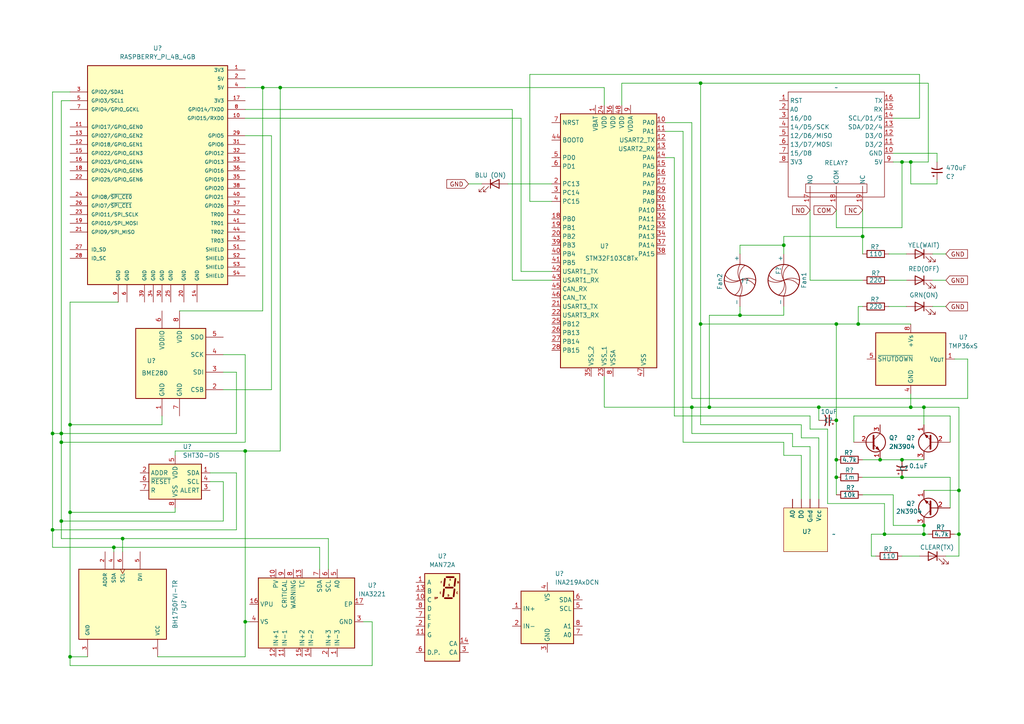
<source format=kicad_sch>
(kicad_sch (version 20231120) (generator "eeschema") (generator_version "8.0")
  (paper "A4")
  (lib_symbols
    (symbol "Device:C_Polarized_Small_US" (pin_numbers hide) (pin_names (offset 0.254) hide)
      (property "Reference" "C" (at 0.254 1.778 0))
      (property "Value" "C_Polarized_Small_US" (at 0.254 -2.032 0))
      (symbol "C_Polarized_Small_US_0_1"
        (polyline (pts (xy -1.524 0.508) (xy 1.524 0.508)) (stroke (width 0.3048)))
        (polyline (pts (xy -1.27 1.524) (xy -0.762 1.524)))
        (polyline (pts (xy -1.016 1.27) (xy -1.016 1.778)))
        (arc (start 1.524 -0.762) (mid 0 -0.3734) (end -1.524 -0.762) (stroke (width 0.3048)))
      )
      (symbol "C_Polarized_Small_US_1_1"
        (pin passive line (at 0 2.54 270) (length 2.032) (name "~") (number "1"))
        (pin passive line (at 0 -2.54 90) (length 2.032) (name "~") (number "2"))
      )
    )
    (symbol "Device:LED" (pin_numbers hide) (pin_names (offset 1.016) hide)
      (property "Reference" "D" (at 0 2.54 0))
      (property "Value" "LED" (at 0 -2.54 0))
      (symbol "LED_0_1"
        (polyline (pts (xy -1.27 -1.27) (xy -1.27 1.27)) (stroke (width 0.254)))
        (polyline (pts (xy -1.27 0) (xy 1.27 0)))
        (polyline (pts (xy 1.27 -1.27) (xy 1.27 1.27) (xy -1.27 0) (xy 1.27 -1.27)) (stroke (width 0.254)))
        (polyline (pts (xy -3.048 -0.762) (xy -4.572 -2.286) (xy -3.81 -2.286) (xy -4.572 -2.286) (xy -4.572 -1.524)))
        (polyline (pts (xy -1.778 -0.762) (xy -3.302 -2.286) (xy -2.54 -2.286) (xy -3.302 -2.286) (xy -3.302 -1.524)))
      )
      (symbol "LED_1_1"
        (pin passive line (at -3.81 0 0) (length 2.54) (name "K") (number "1"))
        (pin passive line (at 3.81 0 180) (length 2.54) (name "A") (number "2"))
      )
    )
    (symbol "Device:R" (pin_numbers hide) (pin_names (offset 0))
      (property "Reference" "R" (at 2.032 0 90))
      (property "Value" "R" (at 0 0 90))
      (symbol "R_0_1"
        (rectangle (start -1.016 -2.54) (end 1.016 2.54) (stroke (width 0.254)))
      )
      (symbol "R_1_1"
        (pin passive line (at 0 3.81 270) (length 1.27) (name "~") (number "1"))
        (pin passive line (at 0 -3.81 90) (length 1.27) (name "~") (number "2"))
      )
    )
    (symbol "Display_Character:MAN72A" (pin_names (offset 0.635))
      (property "Reference" "U" (at -2.54 13.97 0))
      (property "Value" "MAN72A" (at 2.794 -14.224 0))
      (symbol "MAN72A_0_0"
        (text "A" (at 2.286 10.922 0) (effects (font (size 0.508 0.508))))
        (text "B" (at 4.572 10.16 0) (effects (font (size 0.508 0.508))))
        (text "C" (at 4.318 7.112 0) (effects (font (size 0.508 0.508))))
        (text "D" (at 1.778 6.35 0) (effects (font (size 0.508 0.508))))
        (text "DP" (at -1.778 5.588 0) (effects (font (size 0.508 0.508))))
        (text "E" (at -0.508 7.112 0) (effects (font (size 0.508 0.508))))
        (text "F" (at -0.254 10.16 0) (effects (font (size 0.508 0.508))))
        (text "G" (at 2.032 9.398 0) (effects (font (size 0.508 0.508))))
      )
      (symbol "MAN72A_0_1"
        (rectangle (start -5.08 12.7) (end 5.08 -12.7) (stroke (width 0.254)) (fill (type background)))
        (polyline (pts (xy -0.762 5.588) (xy -0.762 5.588)) (stroke (width 0.508)))
        (polyline (pts (xy 0.508 8.128) (xy 0.254 6.096)) (stroke (width 0.508)))
        (polyline (pts (xy 0.762 5.588) (xy 2.794 5.588)) (stroke (width 0.508)))
        (polyline (pts (xy 0.762 11.176) (xy 0.508 9.144)) (stroke (width 0.508)))
        (polyline (pts (xy 1.016 8.636) (xy 3.048 8.636)) (stroke (width 0.508)))
        (polyline (pts (xy 1.27 11.684) (xy 3.302 11.684)) (stroke (width 0.508)))
        (polyline (pts (xy 3.556 8.128) (xy 3.302 6.096)) (stroke (width 0.508)))
        (polyline (pts (xy 3.81 11.176) (xy 3.556 9.144)) (stroke (width 0.508)))
      )
      (symbol "MAN72A_1_1"
        (pin input line (at -7.62 10.16 0) (length 2.54) (name "A") (number "1"))
        (pin input line (at -7.62 5.08 0) (length 2.54) (name "C") (number "10"))
        (pin input line (at -7.62 -5.08 0) (length 2.54) (name "G") (number "11"))
        (pin no_connect line (at 5.08 -5.08 180) (length 2.54) hide (name "NC") (number "12"))
        (pin input line (at -7.62 7.62 0) (length 2.54) (name "B") (number "13"))
        (pin input line (at 7.62 -7.62 180) (length 2.54) (name "CA") (number "14"))
        (pin input line (at -7.62 -2.54 0) (length 2.54) (name "F") (number "2"))
        (pin input line (at 7.62 -10.16 180) (length 2.54) (name "CA") (number "3"))
        (pin no_connect line (at 5.08 2.54 180) (length 2.54) hide (name "NC") (number "4"))
        (pin no_connect line (at 5.08 0 180) (length 2.54) hide (name "NC") (number "5"))
        (pin input line (at -7.62 -10.16 0) (length 2.54) (name "D.P.") (number "6"))
        (pin input line (at -7.62 0 0) (length 2.54) (name "E") (number "7"))
        (pin input line (at -7.62 2.54 0) (length 2.54) (name "D") (number "8"))
        (pin no_connect line (at 5.08 -2.54 180) (length 2.54) hide (name "NC") (number "9"))
      )
    )
    (symbol "MCU_ST_STM32F1:STM32F103C8Tx"
      (property "Reference" "U?" (at 4.7341 -38.1 0))
      (property "Value" "STM32F103C8Tx" (at -4.318 -20.066 0))
      (symbol "STM32F103C8Tx_0_1"
        (rectangle (start -12.7 38.1) (end 15.24 -35.56) (stroke (width 0.254)) (fill (type background)))
      )
      (symbol "STM32F103C8Tx_1_1"
        (pin power_in line (at -2.54 40.64 270) (length 2.54) (name "VBAT") (number "1"))
        (pin bidirectional line (at 17.78 35.56 180) (length 2.54) (name "PA0") (number "10"))
        (pin bidirectional line (at 17.78 33.02 180) (length 2.54) (name "PA1") (number "11"))
        (pin bidirectional line (at 17.78 30.48 180) (length 2.54) (name "PA2") (number "12") (alternate "USART2_TX" bidirectional line))
        (pin bidirectional line (at 17.78 27.94 180) (length 2.54) (name "PA3") (number "13") (alternate "USART2_RX" bidirectional line))
        (pin bidirectional line (at 17.78 25.4 180) (length 2.54) (name "PA4") (number "14"))
        (pin bidirectional line (at 17.78 22.86 180) (length 2.54) (name "PA5") (number "15"))
        (pin bidirectional line (at 17.78 20.32 180) (length 2.54) (name "PA6") (number "16"))
        (pin bidirectional line (at 17.78 17.78 180) (length 2.54) (name "PA7") (number "17"))
        (pin bidirectional line (at -15.24 7.62 0) (length 2.54) (name "PB0") (number "18"))
        (pin bidirectional line (at -15.24 5.08 0) (length 2.54) (name "PB1") (number "19"))
        (pin bidirectional line (at -15.24 17.78 0) (length 2.54) (name "PC13") (number "2"))
        (pin bidirectional line (at -15.24 2.54 0) (length 2.54) (name "PB2") (number "20"))
        (pin bidirectional line (at -15.24 -17.78 0) (length 2.54) (name "PB10") (number "21") (alternate "USART3_TX" bidirectional line))
        (pin bidirectional line (at -15.24 -20.32 0) (length 2.54) (name "PB11") (number "22") (alternate "USART3_RX" bidirectional line))
        (pin power_in line (at 0 -38.1 90) (length 2.54) (name "VSS_1") (number "23"))
        (pin power_in line (at 0 40.64 270) (length 2.54) (name "VDD") (number "24"))
        (pin bidirectional line (at -15.24 -22.86 0) (length 2.54) (name "PB12") (number "25"))
        (pin bidirectional line (at -15.24 -25.4 0) (length 2.54) (name "PB13") (number "26"))
        (pin bidirectional line (at -15.24 -27.94 0) (length 2.54) (name "PB14") (number "27"))
        (pin bidirectional line (at -15.24 -30.48 0) (length 2.54) (name "PB15") (number "28"))
        (pin bidirectional line (at 17.78 15.24 180) (length 2.54) (name "PA8") (number "29"))
        (pin bidirectional line (at -15.24 15.24 0) (length 2.54) (name "PC14") (number "3"))
        (pin bidirectional line (at 17.78 12.7 180) (length 2.54) (name "PA9") (number "30") (alternate "USART1_TX" bidirectional line))
        (pin bidirectional line (at 17.78 10.16 180) (length 2.54) (name "PA10") (number "31") (alternate "USART1_RX" bidirectional line))
        (pin bidirectional line (at 17.78 7.62 180) (length 2.54) (name "PA11") (number "32") (alternate "CAN_RX" bidirectional line))
        (pin bidirectional line (at 17.78 5.08 180) (length 2.54) (name "PA12") (number "33") (alternate "CAN_TX" bidirectional line))
        (pin bidirectional line (at 17.78 2.54 180) (length 2.54) (name "PA13") (number "34"))
        (pin power_in line (at -3.81 -38.1 90) (length 2.54) (name "VSS_2") (number "35"))
        (pin power_in line (at 2.54 40.64 270) (length 2.54) (name "VDD") (number "36"))
        (pin bidirectional line (at 17.78 0 180) (length 2.54) (name "PA14") (number "37"))
        (pin bidirectional line (at 17.78 -2.54 180) (length 2.54) (name "PA15") (number "38"))
        (pin bidirectional line (at -15.24 0 0) (length 2.54) (name "PB3") (number "39"))
        (pin bidirectional line (at -15.24 12.7 0) (length 2.54) (name "PC15") (number "4"))
        (pin bidirectional line (at -15.24 -2.54 0) (length 2.54) (name "PB4") (number "40"))
        (pin bidirectional line (at -15.24 -5.08 0) (length 2.54) (name "PB5") (number "41"))
        (pin bidirectional line (at -15.24 -7.62 0) (length 2.54) (name "PB6") (number "42") (alternate "USART1_TX" bidirectional line))
        (pin bidirectional line (at -15.24 -10.16 0) (length 2.54) (name "PB7") (number "43") (alternate "USART1_RX" bidirectional line))
        (pin input line (at -15.24 30.48 0) (length 2.54) (name "BOOT0") (number "44"))
        (pin bidirectional line (at -15.24 -12.7 0) (length 2.54) (name "PB8") (number "45") (alternate "CAN_RX" bidirectional line))
        (pin bidirectional line (at -15.24 -15.24 0) (length 2.54) (name "PB9") (number "46") (alternate "CAN_TX" bidirectional line))
        (pin power_in line (at 11.43 -38.1 90) (length 2.54) (name "VSS") (number "47"))
        (pin power_in line (at 5.08 40.64 270) (length 2.54) (name "VDD") (number "48"))
        (pin bidirectional line (at -15.24 25.4 0) (length 2.54) (name "PD0") (number "5"))
        (pin bidirectional line (at -15.24 22.86 0) (length 2.54) (name "PD1") (number "6"))
        (pin input line (at -15.24 35.56 0) (length 2.54) (name "NRST") (number "7"))
        (pin power_in line (at 2.54 -38.1 90) (length 2.54) (name "VSSA") (number "8"))
        (pin power_in line (at 7.62 40.64 270) (length 2.54) (name "VDDA") (number "9"))
      )
    )
    (symbol "Motor:Fan_ALT" (pin_numbers hide) (pin_names (offset 0))
      (property "Reference" "M" (at 3.81 5.08 0))
      (property "Value" "Fan_ALT" (at 3.81 2.54 0))
      (symbol "Fan_ALT_0_1"
        (arc (start -4.572 0) (mid -2.286 -0.5988) (end 0 0))
        (arc (start -4.318 1.524) (mid -2.4153 0.0291) (end 0 0))
        (arc (start -1.524 -4.318) (mid -0.0291 -2.4153) (end 0 0))
        (arc (start 0 -4.572) (mid 0.5988 -2.286) (end 0 0))
        (polyline (pts (xy 0 -5.08) (xy 0 -4.572)))
        (polyline (pts (xy 0 4.572) (xy 0 5.08)))
        (circle (center 0 0) (radius 4.572) (stroke (width 0.254)))
        (arc (start 0 4.572) (mid -0.5988 2.286) (end 0 0))
        (arc (start 1.524 4.318) (mid 0.0291 2.4153) (end 0 0))
        (arc (start 4.318 -1.524) (mid 2.4153 -0.0291) (end 0 0))
        (arc (start 4.572 0) (mid 2.286 0.5988) (end 0 0))
      )
      (symbol "Fan_ALT_1_1"
        (pin passive line (at 0 7.62 270) (length 2.54) (name "+") (number "1"))
        (pin passive line (at 0 -7.62 90) (length 2.54) (name "-") (number "2"))
      )
    )
    (symbol "Power_Management:INA3221"
      (property "Reference" "U" (at -10.16 17.78 0))
      (property "Value" "INA3221" (at 5.08 17.78 0))
      (symbol "INA3221_0_1"
        (rectangle (start 10.16 -12.7) (end -10.16 15.24) (stroke (width 0.254)) (fill (type background)))
      )
      (symbol "INA3221_1_1"
        (pin input line (at -12.7 -7.62 0) (length 2.54) (name "IN-3") (number "1"))
        (pin open_collector line (at 12.7 10.16 180) (length 2.54) (name "PV") (number "10"))
        (pin input line (at -12.7 7.62 0) (length 2.54) (name "IN-1") (number "11"))
        (pin input line (at -12.7 10.16 0) (length 2.54) (name "IN+1") (number "12"))
        (pin open_collector line (at 12.7 2.54 180) (length 2.54) (name "TC") (number "13"))
        (pin input line (at -12.7 0 0) (length 2.54) (name "IN-2") (number "14"))
        (pin input line (at -12.7 2.54 0) (length 2.54) (name "IN+2") (number "15"))
        (pin power_in line (at 2.54 17.78 270) (length 2.54) (name "VPU") (number "16"))
        (pin passive line (at 2.54 -15.24 90) (length 2.54) (name "EP") (number "17"))
        (pin input line (at -12.7 -5.08 0) (length 2.54) (name "IN+3") (number "2"))
        (pin power_in line (at -2.54 -15.24 90) (length 2.54) (name "GND") (number "3"))
        (pin power_in line (at -2.54 17.78 270) (length 2.54) (name "VS") (number "4"))
        (pin input line (at 12.7 -7.62 180) (length 2.54) (name "A0") (number "5"))
        (pin input line (at 12.7 -5.08 180) (length 2.54) (name "SCL") (number "6"))
        (pin bidirectional line (at 12.7 -2.54 180) (length 2.54) (name "SDA") (number "7"))
        (pin open_collector line (at 12.7 5.08 180) (length 2.54) (name "WARNING") (number "8"))
        (pin open_collector line (at 12.7 7.62 180) (length 2.54) (name "CRITICAL") (number "9"))
      )
    )
    (symbol "Sensor:BME280"
      (property "Reference" "U" (at -8.89 11.43 0))
      (property "Value" "BME280" (at 7.62 11.43 0))
      (symbol "BME280_0_1"
        (rectangle (start -10.16 10.16) (end 10.16 -10.16) (stroke (width 0.254)) (fill (type background)))
      )
      (symbol "BME280_1_1"
        (pin power_in line (at -2.54 -15.24 90) (length 5.08) (name "GND") (number "1"))
        (pin input line (at 15.24 -7.62 180) (length 5.08) (name "CSB") (number "2"))
        (pin bidirectional line (at 15.24 -2.54 180) (length 5.08) (name "SDI") (number "3"))
        (pin input line (at 15.24 2.54 180) (length 5.08) (name "SCK") (number "4"))
        (pin bidirectional line (at 15.24 7.62 180) (length 5.08) (name "SDO") (number "5"))
        (pin power_in line (at -2.54 15.24 270) (length 5.08) (name "VDDIO") (number "6"))
        (pin power_in line (at 2.54 -15.24 90) (length 5.08) (name "GND") (number "7"))
        (pin power_in line (at 2.54 15.24 270) (length 5.08) (name "VDD") (number "8"))
      )
    )
    (symbol "Sensor_Energy:INA219AxDCN"
      (property "Reference" "U" (at -6.35 8.89 0))
      (property "Value" "INA219AxDCN" (at 6.35 8.89 0))
      (symbol "INA219AxDCN_0_1"
        (rectangle (start -7.62 7.62) (end 7.62 -7.62) (stroke (width 0.254)) (fill (type background)))
      )
      (symbol "INA219AxDCN_1_1"
        (pin input line (at -10.16 2.54 0) (length 2.54) (name "IN+") (number "1"))
        (pin input line (at -10.16 -2.54 0) (length 2.54) (name "IN-") (number "2"))
        (pin power_in line (at 0 -10.16 90) (length 2.54) (name "GND") (number "3"))
        (pin power_in line (at 0 10.16 270) (length 2.54) (name "VS") (number "4"))
        (pin input line (at 10.16 2.54 180) (length 2.54) (name "SCL") (number "5"))
        (pin bidirectional line (at 10.16 5.08 180) (length 2.54) (name "SDA") (number "6"))
        (pin input line (at 10.16 -5.08 180) (length 2.54) (name "A0") (number "7"))
        (pin input line (at 10.16 -2.54 180) (length 2.54) (name "A1") (number "8"))
      )
    )
    (symbol "Sensor_Humidity:SHT30-DIS"
      (property "Reference" "U" (at -6.35 6.35 0))
      (property "Value" "SHT30-DIS" (at 6.35 6.35 0))
      (symbol "SHT30-DIS_0_1"
        (rectangle (start -7.62 5.08) (end 7.62 -5.08) (stroke (width 0.254)) (fill (type background)))
      )
      (symbol "SHT30-DIS_1_1"
        (pin bidirectional line (at 10.16 2.54 180) (length 2.54) (name "SDA") (number "1"))
        (pin input line (at -10.16 2.54 0) (length 2.54) (name "ADDR") (number "2"))
        (pin output line (at 10.16 -2.54 180) (length 2.54) (name "ALERT") (number "3"))
        (pin input line (at 10.16 0 180) (length 2.54) (name "SCL") (number "4"))
        (pin power_in line (at 0 7.62 270) (length 2.54) (name "VDD") (number "5"))
        (pin input line (at -10.16 0 0) (length 2.54) (name "~{RESET}") (number "6"))
        (pin passive line (at -10.16 -2.54 0) (length 2.54) (name "R") (number "7"))
        (pin power_in line (at 0 -7.62 90) (length 2.54) (name "VSS") (number "8"))
        (pin passive line (at 0 -7.62 90) (length 2.54) hide (name "VSS") (number "9"))
      )
    )
    (symbol "Sensor_Temperature:TMP36xS"
      (property "Reference" "U" (at -8.89 8.89 0))
      (property "Value" "TMP36xS" (at 6.35 -8.89 0))
      (symbol "TMP36xS_0_1"
        (rectangle (start -10.16 7.62) (end 10.16 -7.62) (stroke (width 0.254)) (fill (type background)))
      )
      (symbol "TMP36xS_1_1"
        (pin output line (at 12.7 0 180) (length 2.54) (name "V_{OUT}") (number "1"))
        (pin power_in line (at 0 -10.16 90) (length 2.54) (name "GND") (number "4"))
        (pin input line (at -12.7 0 0) (length 2.54) (name "~{SHUTDOWN}") (number "5"))
        (pin power_in line (at 0 10.16 270) (length 2.54) (name "+Vs") (number "8"))
      )
    )
    (symbol "Transistor_BJT:2N3904" (pin_names (offset 0) hide)
      (property "Reference" "Q" (at 5.08 1.905 0))
      (property "Value" "2N3904" (at 5.08 0 0))
      (symbol "2N3904_0_1"
        (polyline (pts (xy 0.635 0.635) (xy 2.54 2.54)))
        (polyline (pts (xy 0.635 -0.635) (xy 2.54 -2.54) (xy 2.54 -2.54)))
        (polyline (pts (xy 0.635 1.905) (xy 0.635 -1.905) (xy 0.635 -1.905)) (stroke (width 0.508)))
        (polyline (pts (xy 1.27 -1.778) (xy 1.778 -1.27) (xy 2.286 -2.286) (xy 1.27 -1.778) (xy 1.27 -1.778)) (fill (type outline)))
        (circle (center 1.27 0) (radius 2.8194) (stroke (width 0.254)))
      )
      (symbol "2N3904_1_1"
        (pin passive line (at 2.54 -5.08 90) (length 2.54) (name "E") (number "1"))
        (pin passive line (at -5.08 0 0) (length 5.715) (name "B") (number "2"))
        (pin passive line (at 2.54 5.08 270) (length 2.54) (name "C") (number "3"))
      )
    )
    (symbol "my_parts:BH1750FVI-TR" (pin_names (offset 1.016))
      (property "Reference" "U" (at -10.1737 13.462 0))
      (property "Value" "BH1750FVI-TR" (at -9.922 -15.24 0))
      (symbol "BH1750FVI-TR_0_0"
        (rectangle (start -10.16 -12.7) (end 10.16 12.7) (stroke (width 0.254)) (fill (type background)))
        (pin power_in line (at 15.24 10.16 180) (length 5.08) (name "VCC") (number "1"))
        (pin input line (at -15.24 -5.08 0) (length 5.08) (name "ADDR") (number "2"))
        (pin power_in line (at 15.24 -10.16 180) (length 5.08) (name "GND") (number "3"))
        (pin bidirectional line (at -15.24 -2.54 0) (length 5.08) (name "SDA") (number "4"))
        (pin input line (at -15.24 5.08 0) (length 5.08) (name "DVI") (number "5"))
        (pin input clock (at -15.24 0 0) (length 5.08) (name "SCL") (number "6"))
      )
    )
    (symbol "my_parts:MQ-6-FF"
      (property "Reference" "U" (at 0 0 0))
      (symbol "MQ-6-FF_1_1"
        (rectangle (start -6.35 6.35) (end 6.35 -6.35) (fill (type background)))
        (pin output line (at -8.89 -3.81 0) (length 2.54) (name "A0") (number ""))
        (pin output line (at -8.89 -1.27 0) (length 2.54) (name "D0") (number ""))
        (pin input line (at -8.89 1.27 0) (length 2.54) (name "Gnd") (number ""))
        (pin input line (at -8.89 3.81 0) (length 2.54) (name "Vcc") (number ""))
      )
    )
    (symbol "my_parts:RASPBERRY_PI_4B_4GB" (pin_names (offset 1.016))
      (property "Reference" "U?" (at 0 38.1 0))
      (property "Value" "RASPBERRY_PI_4B_4GB" (at 0 35.56 0))
      (symbol "RASPBERRY_PI_4B_4GB_0_0"
        (rectangle (start -20.32 33.02) (end 20.32 -30.48) (stroke (width 0.254)) (fill (type background)))
        (pin power_in line (at 25.4 31.75 180) (length 5.08) (name "3V3") (number "1"))
        (pin bidirectional line (at 25.4 17.78 180) (length 5.08) (name "GPIO15/RXD0") (number "10"))
        (pin bidirectional line (at -25.4 15.24 0) (length 5.08) (name "GPIO17/GPIO_GEN0") (number "11"))
        (pin bidirectional line (at -25.4 10.16 0) (length 5.08) (name "GPIO18/GPIO_GEN1") (number "12"))
        (pin bidirectional line (at -25.4 12.7 0) (length 5.08) (name "GPIO27/GPIO_GEN2") (number "13"))
        (pin power_in line (at 11.43 -35.56 90) (length 5.08) (name "GND") (number "14"))
        (pin bidirectional line (at -25.4 7.62 0) (length 5.08) (name "GPIO22/GPIO_GEN3") (number "15"))
        (pin bidirectional line (at -25.4 5.08 0) (length 5.08) (name "GPIO23/GPIO_GEN4") (number "16"))
        (pin power_in line (at 25.4 22.86 180) (length 5.08) (name "3V3") (number "17"))
        (pin bidirectional line (at -25.4 2.54 0) (length 5.08) (name "GPIO24/GPIO_GEN5") (number "18"))
        (pin bidirectional line (at -25.4 -12.7 0) (length 5.08) (name "GPIO10/SPI_MOSI") (number "19"))
        (pin power_in line (at 7.62 -35.56 90) (length 5.08) (name "GND") (number "20"))
        (pin bidirectional line (at -25.4 -15.24 0) (length 5.08) (name "GPIO9/SPI_MISO") (number "21"))
        (pin bidirectional line (at -25.4 0 0) (length 5.08) (name "GPIO25/GPIO_GEN6") (number "22"))
        (pin bidirectional line (at -25.4 -10.16 0) (length 5.08) (name "GPIO11/SPI_SCLK") (number "23"))
        (pin bidirectional line (at -25.4 -5.08 0) (length 5.08) (name "GPIO8/~{SPI_CE0}") (number "24"))
        (pin power_in line (at 3.81 -35.56 90) (length 5.08) (name "GND") (number "25"))
        (pin bidirectional line (at -25.4 -7.62 0) (length 5.08) (name "GPIO7/~{SPI_CE1}") (number "26"))
        (pin bidirectional line (at -25.4 -20.32 0) (length 5.08) (name "ID_SD") (number "27"))
        (pin bidirectional line (at -25.4 -22.86 0) (length 5.08) (name "ID_SC") (number "28"))
        (pin bidirectional line (at 25.4 12.7 180) (length 5.08) (name "GPIO5") (number "29"))
        (pin bidirectional line (at -25.4 25.4 0) (length 5.08) (name "GPIO2/SDA1") (number "3"))
        (pin power_in line (at 1.27 -35.56 90) (length 5.08) (name "GND") (number "30"))
        (pin bidirectional line (at 25.4 10.16 180) (length 5.08) (name "GPIO6") (number "31"))
        (pin bidirectional line (at 25.4 7.62 180) (length 5.08) (name "GPIO12") (number "32"))
        (pin bidirectional line (at 25.4 5.08 180) (length 5.08) (name "GPIO13") (number "33"))
        (pin power_in line (at -1.27 -35.56 90) (length 5.08) (name "GND") (number "34"))
        (pin bidirectional line (at 25.4 0 180) (length 5.08) (name "GPIO19") (number "35"))
        (pin bidirectional line (at 25.4 2.54 180) (length 5.08) (name "GPIO16") (number "36"))
        (pin bidirectional line (at 25.4 -7.62 180) (length 5.08) (name "GPIO26") (number "37"))
        (pin bidirectional line (at 25.4 -2.54 180) (length 5.08) (name "GPIO20") (number "38"))
        (pin power_in line (at -3.81 -35.56 90) (length 5.08) (name "GND") (number "39"))
        (pin power_in line (at 25.4 26.67 180) (length 5.08) (name "5V") (number "4"))
        (pin bidirectional line (at 25.4 -5.08 180) (length 5.08) (name "GPIO21") (number "40"))
        (pin bidirectional line (at 25.4 -12.7 180) (length 5.08) (name "TR01") (number "41"))
        (pin bidirectional line (at 25.4 -10.16 180) (length 5.08) (name "TR00") (number "42"))
        (pin bidirectional line (at 25.4 -17.78 180) (length 5.08) (name "TR03") (number "43"))
        (pin bidirectional line (at 25.4 -15.24 180) (length 5.08) (name "TR02") (number "44"))
        (pin bidirectional line (at -25.4 22.86 0) (length 5.08) (name "GPIO3/SCL1") (number "5"))
        (pin power_in line (at -8.89 -35.56 90) (length 5.08) (name "GND") (number "6"))
        (pin bidirectional line (at -25.4 20.32 0) (length 5.08) (name "GPIO4/GPIO_GCKL") (number "7"))
        (pin bidirectional line (at 25.4 20.32 180) (length 5.08) (name "GPIO14/TXD0") (number "8"))
        (pin power_in line (at -11.43 -35.56 90) (length 5.08) (name "GND") (number "9"))
        (pin power_in line (at 25.4 -22.86 180) (length 5.08) (name "SHIELD") (number "S2"))
        (pin power_in line (at 25.4 -25.4 180) (length 5.08) (name "SHIELD") (number "S3"))
        (pin power_in line (at 25.4 -27.94 180) (length 5.08) (name "SHIELD") (number "S4"))
      )
      (symbol "RASPBERRY_PI_4B_4GB_1_0"
        (pin power_in line (at 25.4 29.21 180) (length 5.08) (name "5V") (number "2"))
        (pin power_in line (at 25.4 -20.32 180) (length 5.08) (name "SHIELD") (number "S1"))
      )
    )
    (symbol "my_parts:wemos_relay"
      (property "Reference" "D1" (at 0 0 0))
      (symbol "wemos_relay_0_1"
        (rectangle (start -13.97 15.24) (end 13.97 -15.24))
        (rectangle (start -8.89 -11.43) (end 8.89 -13.97))
      )
      (symbol "wemos_relay_1_1"
        (pin input line (at -16.51 12.7 0) (length 2.54) (name "RST") (number "1"))
        (pin input line (at 16.51 -2.54 180) (length 2.54) (name "GND") (number "10"))
        (pin input line (at 16.51 0 180) (length 2.54) (name "D3/2") (number "11"))
        (pin input line (at 16.51 2.54 180) (length 2.54) (name "D3/0") (number "12"))
        (pin input line (at 16.51 5.08 180) (length 2.54) (name "SDA/D2/4") (number "13"))
        (pin input line (at 16.51 7.62 180) (length 2.54) (name "SCL/D1/5") (number "14"))
        (pin input line (at 16.51 10.16 180) (length 2.54) (name "RX") (number "15"))
        (pin input line (at 16.51 12.7 180) (length 2.54) (name "TX") (number "16"))
        (pin input line (at -7.62 -19.05 90) (length 7) (name "NO") (number "17"))
        (pin input line (at 0 -19.05 90) (length 7) (name "COM") (number "18"))
        (pin input line (at 7.62 -19.05 90) (length 7) (name "NC") (number "19"))
        (pin input line (at -16.51 10.16 0) (length 2.54) (name "A0") (number "2"))
        (pin input line (at -16.51 7.62 0) (length 2.54) (name "16/D0") (number "3"))
        (pin input line (at -16.51 5.08 0) (length 2.54) (name "14/D5/SCK") (number "4"))
        (pin input line (at -16.51 2.54 0) (length 2.54) (name "12/D6/MISO") (number "5"))
        (pin input line (at -16.51 0 0) (length 2.54) (name "13/D7/MOSI") (number "6"))
        (pin input line (at -16.51 -2.54 0) (length 2.54) (name "15/D8") (number "7"))
        (pin input line (at -16.51 -5.08 0) (length 2.54) (name "3V3") (number "8"))
        (pin input line (at 16.51 -5.08 180) (length 2.54) (name "5V") (number "9"))
      )
    )
  )
  (junction (at 248.92 93.98))
  (junction (at 214.63 91.44))
  (junction (at 20.32 148.59))
  (junction (at 237.49 118.11))
  (junction (at 261.62 133.35))
  (junction (at 267.97 118.11))
  (junction (at 242.57 138.43))
  (junction (at 267.97 152.4))
  (junction (at 264.16 46.99))
  (junction (at 17.78 151.13))
  (junction (at 205.74 118.11))
  (junction (at 261.62 138.43))
  (junction (at 242.57 121.92))
  (junction (at 200.66 118.11))
  (junction (at 203.2 24.13))
  (junction (at 227.33 71.12))
  (junction (at 71.12 130.81))
  (junction (at 17.78 128.27))
  (junction (at 35.56 156.21))
  (junction (at 242.57 133.35))
  (junction (at 242.57 93.98))
  (junction (at 267.97 154.94))
  (junction (at 76.2 25.4))
  (junction (at 15.24 125.73))
  (junction (at 20.32 190.5))
  (junction (at 71.12 180.34))
  (junction (at 33.02 158.75))
  (junction (at 15.24 153.67))
  (junction (at 278.13 154.94))
  (junction (at 264.16 118.11))
  (junction (at 278.13 142.24))
  (junction (at 81.28 25.4))
  (junction (at 256.54 154.94))
  (junction (at 261.62 46.99))
  (junction (at 203.2 93.98))
  (junction (at 250.19 68.58))
  (junction (at 17.78 125.73))
  (junction (at 255.27 133.35))
  (junction (at 20.32 123.19))
  (wire (pts (xy 259.08 152.4) (xy 267.97 152.4)))
  (wire (pts (xy 160.02 58.42) (xy 153.67 58.42)))
  (wire (pts (xy 17.78 151.13) (xy 17.78 128.27)))
  (wire (pts (xy 71.12 128.27) (xy 17.78 128.27)))
  (wire (pts (xy 15.24 153.67) (xy 68.58 153.67)))
  (wire (pts (xy 20.32 26.67) (xy 15.24 26.67)))
  (wire (pts (xy 17.78 156.21) (xy 17.78 151.13)))
  (wire (pts (xy 203.2 24.13) (xy 269.24 24.13)))
  (wire (pts (xy 151.13 78.74) (xy 160.02 78.74)))
  (wire (pts (xy 71.12 25.4) (xy 76.2 25.4)))
  (wire (pts (xy 259.08 44.45) (xy 271.78 44.45)))
  (wire (pts (xy 227.33 68.58) (xy 227.33 71.12)))
  (wire (pts (xy 240.03 146.05) (xy 256.54 146.05)))
  (wire (pts (xy 64.77 139.7) (xy 64.77 151.13)))
  (wire (pts (xy 68.58 107.95) (xy 68.58 125.73)))
  (wire (pts (xy 278.13 142.24) (xy 278.13 154.94)))
  (wire (pts (xy 35.56 156.21) (xy 95.25 156.21)))
  (wire (pts (xy 200.66 35.56) (xy 200.66 115.57)))
  (wire (pts (xy 205.74 118.11) (xy 237.49 118.11)))
  (wire (pts (xy 247.65 120.65) (xy 275.59 120.65)))
  (wire (pts (xy 68.58 137.16) (xy 60.96 137.16)))
  (wire (pts (xy 255.27 133.35) (xy 261.62 133.35)))
  (wire (pts (xy 261.62 133.35) (xy 267.97 133.35)))
  (wire (pts (xy 78.74 39.37) (xy 71.12 39.37)))
  (wire (pts (xy 15.24 158.75) (xy 15.24 153.67)))
  (wire (pts (xy 20.32 87.63) (xy 20.32 123.19)))
  (wire (pts (xy 234.95 124.46) (xy 234.95 120.65)))
  (wire (pts (xy 92.71 165.1) (xy 92.71 158.75)))
  (wire (pts (xy 153.67 21.59) (xy 266.7 21.59)))
  (wire (pts (xy 20.32 148.59) (xy 50.8 148.59)))
  (wire (pts (xy 250.19 133.35) (xy 255.27 133.35)))
  (wire (pts (xy 259.08 143.51) (xy 259.08 152.4)))
  (wire (pts (xy 175.26 109.22) (xy 175.26 118.11)))
  (wire (pts (xy 232.41 123.19) (xy 203.2 123.19)))
  (wire (pts (xy 232.41 144.78) (xy 232.41 132.08)))
  (wire (pts (xy 271.78 53.34) (xy 264.16 53.34)))
  (wire (pts (xy 20.32 148.59) (xy 20.32 123.19)))
  (wire (pts (xy 76.2 90.17) (xy 76.2 25.4)))
  (wire (pts (xy 20.32 190.5) (xy 25.4 190.5)))
  (wire (pts (xy 214.63 88.9) (xy 214.63 91.44)))
  (wire (pts (xy 71.12 31.75) (xy 148.59 31.75)))
  (wire (pts (xy 76.2 25.4) (xy 81.28 25.4)))
  (wire (pts (xy 198.12 38.1) (xy 198.12 128.27)))
  (wire (pts (xy 250.19 88.9) (xy 248.92 88.9)))
  (wire (pts (xy 242.57 93.98) (xy 242.57 121.92)))
  (wire (pts (xy 200.66 118.11) (xy 205.74 118.11)))
  (wire (pts (xy 68.58 107.95) (xy 64.77 107.95)))
  (wire (pts (xy 266.7 21.59) (xy 266.7 34.29)))
  (wire (pts (xy 232.41 127) (xy 232.41 123.19)))
  (wire (pts (xy 153.67 58.42) (xy 153.67 21.59)))
  (wire (pts (xy 250.19 68.58) (xy 250.19 73.66)))
  (wire (pts (xy 203.2 24.13) (xy 203.2 93.98)))
  (wire (pts (xy 271.78 44.45) (xy 271.78 46.99)))
  (wire (pts (xy 17.78 29.21) (xy 20.32 29.21)))
  (wire (pts (xy 200.66 115.57) (xy 280.67 115.57)))
  (wire (pts (xy 275.59 138.43) (xy 275.59 147.32)))
  (wire (pts (xy 203.2 93.98) (xy 242.57 93.98)))
  (wire (pts (xy 107.95 180.34) (xy 107.95 193.04)))
  (wire (pts (xy 35.56 160.02) (xy 35.56 156.21)))
  (wire (pts (xy 278.13 118.11) (xy 278.13 142.24)))
  (wire (pts (xy 17.78 125.73) (xy 17.78 29.21)))
  (wire (pts (xy 81.28 130.81) (xy 71.12 130.81)))
  (wire (pts (xy 242.57 133.35) (xy 242.57 138.43)))
  (wire (pts (xy 278.13 161.29) (xy 274.32 161.29)))
  (wire (pts (xy 227.33 68.58) (xy 250.19 68.58)))
  (wire (pts (xy 151.13 34.29) (xy 71.12 34.29)))
  (wire (pts (xy 64.77 151.13) (xy 17.78 151.13)))
  (wire (pts (xy 242.57 66.04) (xy 242.57 60.96)))
  (wire (pts (xy 68.58 125.73) (xy 17.78 125.73)))
  (wire (pts (xy 20.32 148.59) (xy 20.32 190.5)))
  (wire (pts (xy 17.78 125.73) (xy 17.78 128.27)))
  (wire (pts (xy 229.87 129.54) (xy 234.95 129.54)))
  (wire (pts (xy 276.86 154.94) (xy 278.13 154.94)))
  (wire (pts (xy 267.97 118.11) (xy 267.97 123.19)))
  (wire (pts (xy 180.34 24.13) (xy 180.34 30.48)))
  (wire (pts (xy 240.03 124.46) (xy 240.03 146.05)))
  (wire (pts (xy 151.13 34.29) (xy 151.13 78.74)))
  (wire (pts (xy 52.07 90.17) (xy 76.2 90.17)))
  (wire (pts (xy 242.57 121.92) (xy 242.57 133.35)))
  (wire (pts (xy 280.67 115.57) (xy 280.67 104.14)))
  (wire (pts (xy 203.2 93.98) (xy 203.2 123.19)))
  (wire (pts (xy 227.33 71.12) (xy 227.33 73.66)))
  (wire (pts (xy 148.59 31.75) (xy 148.59 81.28)))
  (wire (pts (xy 214.63 71.12) (xy 227.33 71.12)))
  (wire (pts (xy 33.02 158.75) (xy 15.24 158.75)))
  (wire (pts (xy 262.89 73.66) (xy 257.81 73.66)))
  (wire (pts (xy 81.28 25.4) (xy 175.26 25.4)))
  (wire (pts (xy 200.66 118.11) (xy 200.66 125.73)))
  (wire (pts (xy 264.16 53.34) (xy 264.16 46.99)))
  (wire (pts (xy 262.89 81.28) (xy 257.81 81.28)))
  (wire (pts (xy 274.32 73.66) (xy 270.51 73.66)))
  (wire (pts (xy 266.7 34.29) (xy 259.08 34.29)))
  (wire (pts (xy 229.87 125.73) (xy 229.87 129.54)))
  (wire (pts (xy 17.78 125.73) (xy 15.24 125.73)))
  (wire (pts (xy 267.97 142.24) (xy 278.13 142.24)))
  (wire (pts (xy 15.24 26.67) (xy 15.24 125.73)))
  (wire (pts (xy 71.12 130.81) (xy 50.8 130.81)))
  (wire (pts (xy 193.04 38.1) (xy 198.12 38.1)))
  (wire (pts (xy 205.74 91.44) (xy 214.63 91.44)))
  (wire (pts (xy 175.26 25.4) (xy 175.26 30.48)))
  (wire (pts (xy 50.8 148.59) (xy 50.8 147.32)))
  (wire (pts (xy 250.19 60.96) (xy 250.19 68.58)))
  (wire (pts (xy 20.32 193.04) (xy 20.32 190.5)))
  (wire (pts (xy 105.41 180.34) (xy 107.95 180.34)))
  (wire (pts (xy 248.92 88.9) (xy 248.92 93.98)))
  (wire (pts (xy 71.12 190.5) (xy 45.72 190.5)))
  (wire (pts (xy 71.12 102.87) (xy 64.77 102.87)))
  (wire (pts (xy 256.54 154.94) (xy 267.97 154.94)))
  (wire (pts (xy 248.92 93.98) (xy 264.16 93.98)))
  (wire (pts (xy 266.7 161.29) (xy 261.62 161.29)))
  (wire (pts (xy 247.65 128.27) (xy 247.65 120.65)))
  (wire (pts (xy 214.63 91.44) (xy 227.33 91.44)))
  (wire (pts (xy 20.32 123.19) (xy 46.99 123.19)))
  (wire (pts (xy 64.77 113.03) (xy 78.74 113.03)))
  (wire (pts (xy 278.13 154.94) (xy 278.13 161.29)))
  (wire (pts (xy 71.12 102.87) (xy 71.12 128.27)))
  (wire (pts (xy 33.02 158.75) (xy 92.71 158.75)))
  (wire (pts (xy 234.95 129.54) (xy 234.95 144.78)))
  (wire (pts (xy 234.95 120.65) (xy 195.58 120.65)))
  (wire (pts (xy 214.63 71.12) (xy 214.63 73.66)))
  (wire (pts (xy 259.08 46.99) (xy 261.62 46.99)))
  (wire (pts (xy 232.41 132.08) (xy 227.33 132.08)))
  (wire (pts (xy 198.12 128.27) (xy 227.33 128.27)))
  (wire (pts (xy 274.32 88.9) (xy 270.51 88.9)))
  (wire (pts (xy 135.89 53.34) (xy 139.7 53.34)))
  (wire (pts (xy 81.28 25.4) (xy 81.28 130.81)))
  (wire (pts (xy 195.58 120.65) (xy 195.58 45.72)))
  (wire (pts (xy 60.96 139.7) (xy 64.77 139.7)))
  (wire (pts (xy 33.02 160.02) (xy 33.02 158.75)))
  (wire (pts (xy 203.2 24.13) (xy 180.34 24.13)))
  (wire (pts (xy 271.78 53.34) (xy 271.78 52.07)))
  (wire (pts (xy 250.19 143.51) (xy 259.08 143.51)))
  (wire (pts (xy 237.49 127) (xy 232.41 127)))
  (wire (pts (xy 261.62 46.99) (xy 261.62 66.04)))
  (wire (pts (xy 248.92 93.98) (xy 242.57 93.98)))
  (wire (pts (xy 71.12 180.34) (xy 72.39 180.34)))
  (wire (pts (xy 242.57 66.04) (xy 261.62 66.04)))
  (wire (pts (xy 68.58 153.67) (xy 68.58 137.16)))
  (wire (pts (xy 261.62 46.99) (xy 264.16 46.99)))
  (wire (pts (xy 264.16 46.99) (xy 269.24 46.99)))
  (wire (pts (xy 250.19 81.28) (xy 234.95 81.28)))
  (wire (pts (xy 267.97 154.94) (xy 269.24 154.94)))
  (wire (pts (xy 107.95 193.04) (xy 20.32 193.04)))
  (wire (pts (xy 175.26 118.11) (xy 200.66 118.11)))
  (wire (pts (xy 95.25 165.1) (xy 95.25 156.21)))
  (wire (pts (xy 237.49 118.11) (xy 264.16 118.11)))
  (wire (pts (xy 264.16 118.11) (xy 267.97 118.11)))
  (wire (pts (xy 46.99 120.65) (xy 46.99 123.19)))
  (wire (pts (xy 280.67 104.14) (xy 276.86 104.14)))
  (wire (pts (xy 267.97 152.4) (xy 267.97 154.94)))
  (wire (pts (xy 193.04 35.56) (xy 200.66 35.56)))
  (wire (pts (xy 71.12 180.34) (xy 71.12 190.5)))
  (wire (pts (xy 148.59 81.28) (xy 160.02 81.28)))
  (wire (pts (xy 50.8 130.81) (xy 50.8 132.08)))
  (wire (pts (xy 71.12 130.81) (xy 71.12 180.34)))
  (wire (pts (xy 278.13 118.11) (xy 267.97 118.11)))
  (wire (pts (xy 256.54 146.05) (xy 256.54 154.94)))
  (wire (pts (xy 35.56 156.21) (xy 17.78 156.21)))
  (wire (pts (xy 147.32 53.34) (xy 160.02 53.34)))
  (wire (pts (xy 237.49 118.11) (xy 237.49 121.92)))
  (wire (pts (xy 237.49 144.78) (xy 237.49 127)))
  (wire (pts (xy 20.32 87.63) (xy 34.29 87.63)))
  (wire (pts (xy 252.73 161.29) (xy 252.73 154.94)))
  (wire (pts (xy 274.32 81.28) (xy 270.51 81.28)))
  (wire (pts (xy 275.59 138.43) (xy 261.62 138.43)))
  (wire (pts (xy 264.16 114.3) (xy 264.16 118.11)))
  (wire (pts (xy 262.89 88.9) (xy 257.81 88.9)))
  (wire (pts (xy 78.74 113.03) (xy 78.74 39.37)))
  (wire (pts (xy 254 161.29) (xy 252.73 161.29)))
  (wire (pts (xy 227.33 132.08) (xy 227.33 128.27)))
  (wire (pts (xy 234.95 60.96) (xy 234.95 81.28)))
  (wire (pts (xy 242.57 138.43) (xy 242.57 143.51)))
  (wire (pts (xy 252.73 154.94) (xy 256.54 154.94)))
  (wire (pts (xy 200.66 125.73) (xy 229.87 125.73)))
  (wire (pts (xy 205.74 91.44) (xy 205.74 118.11)))
  (wire (pts (xy 227.33 88.9) (xy 227.33 91.44)))
  (wire (pts (xy 269.24 24.13) (xy 269.24 46.99)))
  (wire (pts (xy 250.19 138.43) (xy 261.62 138.43)))
  (wire (pts (xy 234.95 124.46) (xy 240.03 124.46)))
  (wire (pts (xy 195.58 45.72) (xy 193.04 45.72)))
  (wire (pts (xy 15.24 125.73) (xy 15.24 153.67)))
  (wire (pts (xy 275.59 120.65) (xy 275.59 128.27)))
  (global_label "GND" (shape input) (at 274.32 88.9 0) (property "Intersheetrefs" "${INTERSHEET_REFS}" (effects (hide yes))))
  (global_label "GND" (shape input) (at 274.32 81.28 0) (property "Intersheetrefs" "${INTERSHEET_REFS}" (effects (hide yes))))
  (global_label "GND" (shape input) (at 274.32 73.66 0) (property "Intersheetrefs" "${INTERSHEET_REFS}" (effects (hide yes))))
  (global_label "NO" (shape input) (at 234.95 60.96 180) (property "Intersheetrefs" "${INTERSHEET_REFS}" (effects (hide yes))))
  (global_label "NC" (shape input) (at 250.19 60.96 180) (property "Intersheetrefs" "${INTERSHEET_REFS}" (effects (hide yes))))
  (global_label "COM" (shape input) (at 242.57 60.96 180) (property "Intersheetrefs" "${INTERSHEET_REFS}" (effects (hide yes))))
  (global_label "GND" (shape input) (at 135.89 53.34 180) (property "Intersheetrefs" "${INTERSHEET_REFS}" (effects (hide yes))))
  (symbol (lib_id "Transistor_BJT:2N3904") (at 270.51 147.32 180) (unit 1)
    (property "Reference" "Q?" (at 265.43 146.0499 0) (effects (justify left)))
    (property "Value" "2N3904" (at 267.462 148.336 0) (effects (justify left)))
    (property "Footprint" "Package_TO_SOT_THT:TO-92_Inline" (effects (hide yes)))
    (property "Datasheet" "https://www.onsemi.com/pub/Collateral/2N3903-D.PDF" (effects (hide yes)))
    (property "Description" "0.2A Ic, 40V Vce, Small Signal NPN Transistor, TO-92" (effects (hide yes)))
  )
  (symbol (lib_id "Sensor_Energy:INA219AxDCN") (at 158.75 179.07 0) (unit 1)
    (property "Reference" "U?" (at 160.9441 166.37 0) (effects (justify left)))
    (property "Value" "INA219AxDCN" (at 160.9441 168.91 0) (effects (justify left)))
    (property "Footprint" "Package_TO_SOT_SMD:SOT-23-8" (effects (hide yes)))
    (property "Datasheet" "http://www.ti.com/lit/ds/symlink/ina219.pdf" (effects (hide yes)))
    (property "Description" "Zero-Drift, Bidirectional Current/Power Monitor (0-26V) With I2C Interface, SOT-23-8" (effects (hide yes)))
  )
  (symbol (lib_id "Device:R") (at 254 88.9 90) (mirror x) (unit 1)
    (property "Reference" "R?" (at 253.746 86.868 90))
    (property "Value" "220" (at 254 88.9 90))
    (property "Footprint" "OptoDevice:R_LDR_4.9x4.2mm_P2.54mm_Vertical" (effects (hide yes)))
    (property "Description" "Resistor" (effects (hide yes)))
  )
  (symbol (lib_id "Motor:Fan_ALT") (at 227.33 81.28 0) (unit 1)
    (property "Reference" "F?" (at 225.806 78.486 90))
    (property "Value" "Fan1" (at 233.172 81.28 90))
    (property "Footprint" "Connector_PinHeader_2.54mm:PinHeader_1x01_P2.54mm_Horizontal" (effects (hide yes)))
    (property "Description" "Fan without PWM or tach, alternative symbol" (effects (hide yes)))
  )
  (symbol (lib_id "Motor:Fan_ALT") (at 214.63 81.28 0) (unit 1)
    (property "Reference" "F?" (at 214.884 81.534 0) (effects (justify left)))
    (property "Value" "Fan2" (at 208.788 84.074 90) (effects (justify left)))
    (property "Footprint" "Connector_PinHeader_2.54mm:PinHeader_1x01_P2.54mm_Horizontal" (effects (hide yes)))
    (property "Description" "Fan without PWM or tach, alternative symbol" (effects (hide yes)))
  )
  (symbol (lib_id "Power_Management:INA3221") (at 90.17 177.8 90) (unit 1)
    (property "Reference" "U?" (at 107.95 169.7638 90))
    (property "Value" "INA3221" (at 107.95 172.3038 90))
    (property "Footprint" "Package_DFN_QFN:Texas_RGV0016A_VQFN-16-1EP_4x4mm_P0.65mm_EP2.1x2.1mm" (effects (hide yes)))
    (property "Datasheet" "http://www.ti.com/lit/ds/symlink/ina3221.pdf" (effects (hide yes)))
    (property "Description" "Triple-Channel High-Side Shunt and Bus Voltage Monitor with I2C and SMBUS Compatible Interface, QFN-16" (effects (hide yes)))
  )
  (symbol (lib_id "Device:C_Polarized_Small_US") (at 261.62 135.89 0) (mirror x) (unit 1)
    (property "Reference" "C?" (at 260.858 135.89 0) (effects (justify left)))
    (property "Value" "0.1uF" (at 263.652 135.128 0) (effects (justify left)))
    (property "Footprint" "Capacitor_SMD:CP_Elec_3x5.3" (effects (hide yes)))
    (property "Description" "Polarized capacitor, small US symbol" (effects (hide yes)))
  )
  (symbol (lib_id "my_parts:RASPBERRY_PI_4B_4GB") (at 45.72 52.07 0) (unit 1)
    (property "Reference" "U?" (at 45.72 13.97 0))
    (property "Value" "RASPBERRY_PI_4B_4GB" (at 45.72 16.51 0))
    (property "MF" "Raspberry Pi" (effects (hide yes)))
    (property "MAXIMUM_PACKAGE_HEIGHT" "16 mm" (effects (hide yes)))
    (property "Package" "None" (effects (hide yes)))
    (property "Price" "None" (effects (hide yes)))
    (property "STANDARD" "Manufacturer Recommendations" (effects (hide yes)))
    (property "PARTREV" "4" (effects (hide yes)))
    (property "MP" "RASPBERRY PI 4B/4GB" (effects (hide yes)))
    (property "MANUFACTURER" "Raspberry Pi" (effects (hide yes)))
    (property "Availability" "In Stock" (effects (hide yes)))
    (property "SNAPEDA_PN" "RASPBERRY PI 4B/4GB" (effects (hide yes)))
  )
  (symbol (lib_id "Sensor:BME280") (at 49.53 105.41 0) (unit 1)
    (property "Reference" "U?" (at 45.212 104.648 0) (effects (justify right)))
    (property "Value" "BME280" (at 48.768 108.204 0) (effects (justify right)))
    (property "Footprint" "Package_LGA:Bosch_LGA-8_2.5x2.5mm_P0.65mm_ClockwisePinNumbering" (effects (hide yes)))
    (property "Datasheet" "https://www.bosch-sensortec.com/media/boschsensortec/downloads/datasheets/bst-bme280-ds002.pdf" (effects (hide yes)))
    (property "Description" "3-in-1 sensor, humidity, pressure, temperature, I2C and SPI interface, 1.71-3.6V, LGA-8" (effects (hide yes)))
  )
  (symbol (lib_id "Transistor_BJT:2N3904") (at 252.73 128.27 0) (unit 1)
    (property "Reference" "Q?" (at 257.81 126.9999 0) (effects (justify left)))
    (property "Value" "2N3904" (at 257.81 129.5399 0) (effects (justify left)))
    (property "Footprint" "Package_TO_SOT_THT:TO-92_Inline" (effects (hide yes)))
    (property "Datasheet" "https://www.onsemi.com/pub/Collateral/2N3903-D.PDF" (effects (hide yes)))
    (property "Description" "0.2A Ic, 40V Vce, Small Signal NPN Transistor, TO-92" (effects (hide yes)))
  )
  (symbol (lib_id "Device:R") (at 254 81.28 90) (mirror x) (unit 1)
    (property "Reference" "R?" (at 254 79.248 90))
    (property "Value" "220" (at 254 81.28 90))
    (property "Footprint" "OptoDevice:R_LDR_4.9x4.2mm_P2.54mm_Vertical" (effects (hide yes)))
    (property "Description" "Resistor" (effects (hide yes)))
  )
  (symbol (lib_id "Device:R") (at 246.38 143.51 90) (mirror x) (unit 1)
    (property "Reference" "R?" (at 246.634 141.478 90))
    (property "Value" "10k" (at 246.38 143.51 90))
    (property "Footprint" "OptoDevice:R_LDR_4.9x4.2mm_P2.54mm_Vertical" (effects (hide yes)))
    (property "Description" "Resistor" (effects (hide yes)))
  )
  (symbol (lib_id "Device:R") (at 254 73.66 90) (mirror x) (unit 1)
    (property "Reference" "R?" (at 253.746 71.628 90))
    (property "Value" "110" (at 254 73.66 90))
    (property "Footprint" "OptoDevice:R_LDR_4.9x4.2mm_P2.54mm_Vertical" (effects (hide yes)))
    (property "Description" "Resistor" (effects (hide yes)))
  )
  (symbol (lib_id "Device:LED") (at 143.51 53.34 0) (unit 1)
    (property "Reference" "D?" (effects (hide yes)))
    (property "Value" "BLU (ON)" (at 142.24 50.8 0))
    (property "Footprint" "LED_SMD:LED-APA102-2020" (effects (hide yes)))
    (property "Description" "Light emitting diode" (effects (hide yes)))
  )
  (symbol (lib_id "Device:C_Polarized_Small_US") (at 240.03 121.92 270) (mirror x) (unit 1)
    (property "Reference" "C?" (at 239.014 121.92 90) (effects (justify left)))
    (property "Value" "10uF" (at 237.998 119.38 90) (effects (justify left)))
    (property "Footprint" "Capacitor_SMD:CP_Elec_3x5.3" (effects (hide yes)))
    (property "Description" "Polarized capacitor, small US symbol" (effects (hide yes)))
  )
  (symbol (lib_id "Device:LED") (at 266.7 73.66 0) (mirror y) (unit 1)
    (property "Reference" "D?" (effects (hide yes)))
    (property "Value" "YEL(WAIT)" (at 267.97 71.12 0))
    (property "Footprint" "LED_SMD:LED-APA102-2020" (effects (hide yes)))
    (property "Description" "Light emitting diode" (effects (hide yes)))
  )
  (symbol (lib_id "Device:LED") (at 266.7 88.9 0) (mirror y) (unit 1)
    (property "Reference" "D?" (effects (hide yes)))
    (property "Value" "GRN(ON)" (at 267.97 85.598 0))
    (property "Footprint" "LED_SMD:LED-APA102-2020" (effects (hide yes)))
    (property "Description" "Light emitting diode" (effects (hide yes)))
  )
  (symbol (lib_id "Device:LED") (at 266.7 81.28 0) (mirror y) (unit 1)
    (property "Reference" "D?" (effects (hide yes)))
    (property "Value" "RED(OFF)" (at 267.97 77.978 0))
    (property "Footprint" "LED_SMD:LED-APA102-2020" (effects (hide yes)))
    (property "Description" "Light emitting diode" (effects (hide yes)))
  )
  (symbol (lib_id "Device:R") (at 246.38 133.35 90) (mirror x) (unit 1)
    (property "Reference" "R?" (at 246.126 131.318 90))
    (property "Value" "4.7k" (at 246.38 133.35 90))
    (property "Footprint" "OptoDevice:R_LDR_4.9x4.2mm_P2.54mm_Vertical" (effects (hide yes)))
    (property "Description" "Resistor" (effects (hide yes)))
  )
  (symbol (lib_id "Device:LED") (at 270.51 161.29 0) (mirror y) (unit 1)
    (property "Reference" "D?" (effects (hide yes)))
    (property "Value" "CLEAR(TX)" (at 271.78 158.75 0))
    (property "Footprint" "LED_SMD:LED-APA102-2020" (effects (hide yes)))
    (property "Description" "Light emitting diode" (effects (hide yes)))
  )
  (symbol (lib_id "my_parts:MQ-6-FF") (at 233.68 153.67 270) (unit 1)
    (property "Reference" "U?" (at 232.664 154.178 90) (effects (justify left)))
    (property "Value" "~" (at 241.3 154.94 90) (effects (justify left)))
  )
  (symbol (lib_id "Transistor_BJT:2N3904") (at 270.51 128.27 180) (unit 1)
    (property "Reference" "Q?" (at 265.43 126.9999 0) (effects (justify left)))
    (property "Value" "2N3904" (at 265.43 129.5399 0) (effects (justify left)))
    (property "Footprint" "Package_TO_SOT_THT:TO-92_Inline" (effects (hide yes)))
    (property "Datasheet" "https://www.onsemi.com/pub/Collateral/2N3903-D.PDF" (effects (hide yes)))
    (property "Description" "0.2A Ic, 40V Vce, Small Signal NPN Transistor, TO-92" (effects (hide yes)))
  )
  (symbol (lib_id "my_parts:BH1750FVI-TR") (at 35.56 175.26 270) (unit 1)
    (property "Reference" "U?" (at 53.34 175.26 0))
    (property "Value" "BH1750FVI-TR" (at 50.8 175.26 0))
    (property "Footprint" "BH1750FVI-TR:XDCR_BH1750FVI-TR" (effects (hide yes)))
    (property "MF" "Rohm" (effects (hide yes)))
    (property "MAXIMUM_PACKAGE_HEIGHT" "0.75mm" (effects (hide yes)))
    (property "Package" "SMD-6 ROHM Semiconductor" (effects (hide yes)))
    (property "Price" "None" (effects (hide yes)))
    (property "Check_prices" "https://www.snapeda.com/parts/BH1750FVI-TR/Rohm/view-part/?ref=eda" (effects (hide yes)))
    (property "STANDARD" "Manufacturer recommendations" (effects (hide yes)))
    (property "PARTREV" "D" (effects (hide yes)))
    (property "SnapEDA_Link" "https://www.snapeda.com/parts/BH1750FVI-TR/Rohm/view-part/?ref=snap" (effects (hide yes)))
    (property "MP" "BH1750FVI-TR" (effects (hide yes)))
    (property "Purchase-URL" "https://www.snapeda.com/api/url_track_click_mouser/?unipart_id=106507&manufacturer=Rohm&part_name=BH1750FVI-TR&search_term=None" (effects (hide yes)))
    (property "Description_1" "\nOptical Sensor Ambient 560nm I2C 6-SMD, Flat Lead Exposed Pad\n" (effects (hide yes)))
    (property "Availability" "In Stock" (effects (hide yes)))
    (property "MANUFACTURER" "Rohm" (effects (hide yes)))
  )
  (symbol (lib_id "Device:R") (at 246.38 138.43 90) (mirror x) (unit 1)
    (property "Reference" "R?" (at 246.38 136.398 90))
    (property "Value" "1m" (at 246.38 138.43 90))
    (property "Footprint" "OptoDevice:R_LDR_4.9x4.2mm_P2.54mm_Vertical" (effects (hide yes)))
    (property "Description" "Resistor" (effects (hide yes)))
  )
  (symbol (lib_id "Sensor_Temperature:TMP36xS") (at 264.16 104.14 0) (unit 1)
    (property "Reference" "U?" (at 279.4 97.8214 0))
    (property "Value" "TMP36xS" (at 279.4 100.3614 0))
    (property "Footprint" "Package_SO:SOIC-8_3.9x4.9mm_P1.27mm" (effects (hide yes)))
    (property "Datasheet" "https://www.analog.com/media/en/technical-documentation/data-sheets/TMP35_36_37.pdf" (effects (hide yes)))
    (property "Description" "Low Voltage Temperature Sensor, SOIC-8" (effects (hide yes)))
  )
  (symbol (lib_id "Device:C_Polarized_Small_US") (at 271.78 49.53 0) (mirror x) (unit 1)
    (property "Reference" "C?" (at 274.32 51.2319 0) (effects (justify left)))
    (property "Value" "470uF" (at 274.32 48.6919 0) (effects (justify left)))
    (property "Footprint" "Capacitor_SMD:CP_Elec_3x5.3" (effects (hide yes)))
    (property "Description" "Polarized capacitor, small US symbol" (effects (hide yes)))
  )
  (symbol (lib_id "Sensor_Humidity:SHT30-DIS") (at 50.8 139.7 0) (unit 1)
    (property "Reference" "U?" (at 52.9941 129.54 0) (effects (justify left)))
    (property "Value" "SHT30-DIS" (at 52.9941 132.08 0) (effects (justify left)))
    (property "Footprint" "Sensor_Humidity:Sensirion_DFN-8-1EP_2.5x2.5mm_P0.5mm_EP1.1x1.7mm" (effects (hide yes)))
    (property "Datasheet" "https://www.sensirion.com/fileadmin/user_upload/customers/sensirion/Dokumente/2_Humidity_Sensors/Datasheets/Sensirion_Humidity_Sensors_SHT3x_Datasheet_digital.pdf" (effects (hide yes)))
    (property "Description" "I²C humidity and temperature sensor, ±2%RH, ±0.2°C, DFN-8" (effects (hide yes)))
  )
  (symbol (lib_id "Device:R") (at 257.81 161.29 90) (mirror x) (unit 1)
    (property "Reference" "R?" (at 257.556 159.258 90))
    (property "Value" "110" (at 257.81 161.29 90))
    (property "Footprint" "OptoDevice:R_LDR_4.9x4.2mm_P2.54mm_Vertical" (effects (hide yes)))
    (property "Description" "Resistor" (effects (hide yes)))
  )
  (symbol (lib_id "MCU_ST_STM32F1:STM32F103C8Tx") (at 175.26 71.12 0) (unit 1)
    (property "Reference" "U?" (at 173.99 71.374 0) (effects (justify left)))
    (property "Value" "STM32F103C8Tx" (at 169.672 74.93 0) (effects (justify left)))
    (property "Footprint" "Package_QFP:LQFP-48_7x7mm_P0.5mm" (effects (hide yes)))
    (property "Datasheet" "https://www.st.com/resource/en/datasheet/stm32f103c8.pdf" (effects (hide yes)))
    (property "Description" "STMicroelectronics Arm Cortex-M3 MCU, 64KB flash, 20KB RAM, 72 MHz, 2.0-3.6V, 37 GPIO, LQFP48" (effects (hide yes)))
    (pin "46" (alternate "CAN_TX"))
    (pin "45" (alternate "CAN_RX"))
    (pin "42" (alternate "USART1_TX"))
    (pin "22" (alternate "USART3_RX"))
    (pin "21" (alternate "USART3_TX"))
    (pin "43" (alternate "USART1_RX"))
    (pin "13" (alternate "USART2_RX"))
    (pin "12" (alternate "USART2_TX"))
  )
  (symbol (lib_id "Display_Character:MAN72A") (at 128.27 179.07 0) (unit 1)
    (property "Reference" "U?" (at 128.27 161.29 0))
    (property "Value" "MAN72A" (at 128.27 163.83 0))
    (property "Footprint" "Display_7Segment:MAN72A" (effects (hide yes)))
    (property "Datasheet" "https://www.digchip.com/datasheets/parts/datasheet/161/MAN3640A-pdf.php" (effects (hide yes)))
    (property "Description" "Single digit 7 segment red LED common anode left hand decimal" (effects (hide yes)))
  )
  (symbol (lib_id "Device:R") (at 273.05 154.94 90) (mirror x) (unit 1)
    (property "Reference" "R?" (at 272.796 152.908 90))
    (property "Value" "4.7k" (at 273.05 154.94 90))
    (property "Footprint" "OptoDevice:R_LDR_4.9x4.2mm_P2.54mm_Vertical" (effects (hide yes)))
    (property "Description" "Resistor" (effects (hide yes)))
  )
  (symbol (lib_id "my_parts:wemos_relay") (at 242.57 41.91 0) (unit 1)
    (property "Reference" "RELAY?" (at 242.57 47.244 0))
    (property "Value" "~" (at 242.57 25.4 0))
  )
)
</source>
